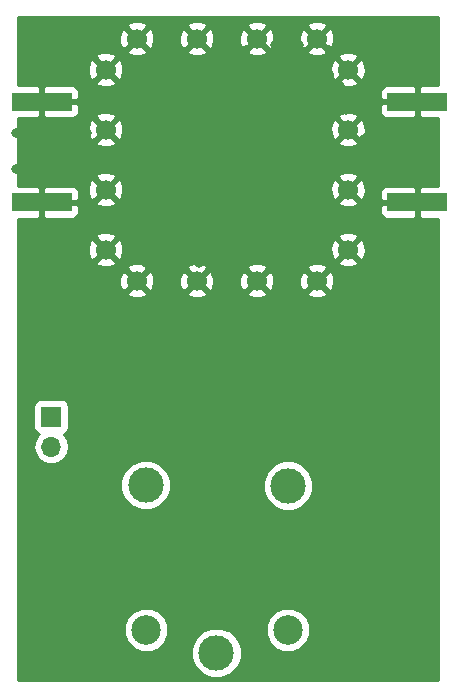
<source format=gbr>
G04 #@! TF.GenerationSoftware,KiCad,Pcbnew,(5.0.1-3-g963ef8bb5)*
G04 #@! TF.CreationDate,2018-11-12T17:33:24-05:00*
G04 #@! TF.ProjectId,Noise Source,4E6F69736520536F757263652E6B6963,rev?*
G04 #@! TF.SameCoordinates,Original*
G04 #@! TF.FileFunction,Copper,L2,Bot,Signal*
G04 #@! TF.FilePolarity,Positive*
%FSLAX46Y46*%
G04 Gerber Fmt 4.6, Leading zero omitted, Abs format (unit mm)*
G04 Created by KiCad (PCBNEW (5.0.1-3-g963ef8bb5)) date Monday, November 12, 2018 at 05:33:24 PM*
%MOMM*%
%LPD*%
G01*
G04 APERTURE LIST*
G04 #@! TA.AperFunction,ComponentPad*
%ADD10C,1.700000*%
G04 #@! TD*
G04 #@! TA.AperFunction,SMDPad,CuDef*
%ADD11R,5.080000X1.500000*%
G04 #@! TD*
G04 #@! TA.AperFunction,ComponentPad*
%ADD12R,1.700000X1.700000*%
G04 #@! TD*
G04 #@! TA.AperFunction,ComponentPad*
%ADD13O,1.700000X1.700000*%
G04 #@! TD*
G04 #@! TA.AperFunction,ComponentPad*
%ADD14C,2.500000*%
G04 #@! TD*
G04 #@! TA.AperFunction,ComponentPad*
%ADD15C,3.000000*%
G04 #@! TD*
G04 #@! TA.AperFunction,ViaPad*
%ADD16C,0.800000*%
G04 #@! TD*
G04 #@! TA.AperFunction,Conductor*
%ADD17C,0.254000*%
G04 #@! TD*
G04 APERTURE END LIST*
D10*
G04 #@! TO.P,REF\002A\002A,1*
G04 #@! TO.N,GND*
X147760000Y-95500000D03*
X147760000Y-116000000D03*
G04 #@! TO.P,REF\002A\002A,*
X145130000Y-98130000D03*
G04 #@! TO.P,REF\002A\002A,1*
X165630000Y-98130000D03*
X163000000Y-95500000D03*
X163000000Y-116000000D03*
X145130000Y-113370000D03*
X165630000Y-113370000D03*
X152840000Y-95500000D03*
X152840000Y-116000000D03*
X145130000Y-103210000D03*
X165630000Y-103210000D03*
X157920000Y-95500000D03*
X157920000Y-116000000D03*
X145130000Y-108290000D03*
X165630000Y-108290000D03*
G04 #@! TD*
D11*
G04 #@! TO.P,J2,2*
G04 #@! TO.N,GND*
X139700000Y-100850000D03*
X139700000Y-109350000D03*
G04 #@! TD*
D12*
G04 #@! TO.P,J3,1*
G04 #@! TO.N,Net-(D2-Pad1)*
X140500000Y-127500000D03*
D13*
G04 #@! TO.P,J3,2*
G04 #@! TO.N,Net-(C2-Pad1)*
X140500000Y-130040000D03*
G04 #@! TD*
D11*
G04 #@! TO.P,J4,2*
G04 #@! TO.N,GND*
X171500000Y-100850000D03*
X171500000Y-109350000D03*
G04 #@! TD*
D14*
G04 #@! TO.P,K1,2*
G04 #@! TO.N,Net-(D1-Pad2)*
X160550000Y-145550000D03*
D15*
G04 #@! TO.P,K1,3*
G04 #@! TO.N,/5V*
X160550000Y-133350000D03*
G04 #@! TO.P,K1,4*
G04 #@! TO.N,Net-(K1-Pad4)*
X148500000Y-133300000D03*
D14*
G04 #@! TO.P,K1,5*
G04 #@! TO.N,/5V*
X148550000Y-145550000D03*
D15*
G04 #@! TO.P,K1,1*
G04 #@! TO.N,Net-(C1-Pad1)*
X154500000Y-147500000D03*
G04 #@! TD*
D16*
G04 #@! TO.N,GND*
X172000000Y-103000000D03*
X173000000Y-103000000D03*
X171000000Y-103000000D03*
X170000000Y-103000000D03*
X169000000Y-103000000D03*
X168000000Y-104000000D03*
X168000000Y-103000000D03*
X167000000Y-104000000D03*
X173000000Y-107000000D03*
X172000000Y-107000000D03*
X171000000Y-107000000D03*
X170000000Y-107000000D03*
X169000000Y-107000000D03*
X168000000Y-106500000D03*
X167000000Y-106500000D03*
X164000000Y-107000000D03*
X163000000Y-107000000D03*
X159000000Y-107000000D03*
X159000000Y-108000000D03*
X159000000Y-109000000D03*
X159000000Y-110000000D03*
X159000000Y-111000000D03*
X159000000Y-112000000D03*
X159000000Y-113000000D03*
X159000000Y-114000000D03*
X158000000Y-114000000D03*
X159000000Y-115000000D03*
X160000000Y-115000000D03*
X160000000Y-116000000D03*
X163000000Y-109000000D03*
X164000000Y-109000000D03*
X161000000Y-115000000D03*
X162000000Y-115000000D03*
X162000000Y-114000000D03*
X163000000Y-114000000D03*
X163000000Y-108000000D03*
X164000000Y-114000000D03*
X165000000Y-106500000D03*
X166000000Y-106500000D03*
X150500000Y-110500000D03*
X150500000Y-111500000D03*
X150500000Y-112500000D03*
X150500000Y-113500000D03*
X150500000Y-107500000D03*
X150500000Y-106500000D03*
X151500000Y-107000000D03*
X152500000Y-107000000D03*
X153500000Y-107000000D03*
X154500000Y-107000000D03*
X155000000Y-108000000D03*
X155000000Y-109000000D03*
X155000000Y-110000000D03*
X156000000Y-110500000D03*
X142500000Y-106500000D03*
X141500000Y-106500000D03*
X140500000Y-106500000D03*
X139500000Y-106500000D03*
X138500000Y-106500000D03*
X137500000Y-106500000D03*
X137500000Y-103500000D03*
X138500000Y-103500000D03*
X139500000Y-103500000D03*
X140500000Y-103500000D03*
X141500000Y-103500000D03*
X142500000Y-103500000D03*
X155000000Y-103000000D03*
X156000000Y-102500000D03*
X156500000Y-101500000D03*
X156000000Y-100500000D03*
X156000000Y-99500000D03*
X156000000Y-98500000D03*
X156000000Y-97500000D03*
X156000000Y-96500000D03*
X156000000Y-95500000D03*
X157000000Y-96500000D03*
X164000000Y-96500000D03*
X164000000Y-97500000D03*
X164000000Y-98500000D03*
X165000000Y-100500000D03*
X165500000Y-101500000D03*
X160500000Y-98500000D03*
X160500000Y-99500000D03*
X160500000Y-100500000D03*
X160500000Y-101500000D03*
X160500000Y-102500000D03*
X160500000Y-103500000D03*
X160500000Y-104500000D03*
X143500000Y-103500000D03*
X147000000Y-103500000D03*
X148000000Y-103500000D03*
X149000000Y-103500000D03*
X150000000Y-103500000D03*
X151000000Y-103500000D03*
X152000000Y-103500000D03*
X153000000Y-103500000D03*
X154000000Y-103500000D03*
X149500000Y-106500000D03*
X148500000Y-106500000D03*
X147500000Y-106500000D03*
X146500000Y-106500000D03*
X145500000Y-106500000D03*
X144500000Y-106500000D03*
X143500000Y-106500000D03*
X159500000Y-96000000D03*
X160500000Y-96000000D03*
X161500000Y-96000000D03*
X165000000Y-99500000D03*
X149500000Y-113500000D03*
X147000000Y-112500000D03*
X147000000Y-111500000D03*
X147000000Y-110500000D03*
X147000000Y-109500000D03*
X147000000Y-108500000D03*
X147000000Y-107500000D03*
X149500000Y-114500000D03*
X148500000Y-114500000D03*
X151500000Y-112000000D03*
X152000000Y-113000000D03*
X153000000Y-113500000D03*
X153000000Y-114500000D03*
X154500000Y-115500000D03*
G04 #@! TD*
D17*
G04 #@! TO.N,GND*
G36*
X173290000Y-99465000D02*
X171785750Y-99465000D01*
X171627000Y-99623750D01*
X171627000Y-100723000D01*
X171647000Y-100723000D01*
X171647000Y-100977000D01*
X171627000Y-100977000D01*
X171627000Y-102076250D01*
X171785750Y-102235000D01*
X173290000Y-102235000D01*
X173290000Y-107965000D01*
X171785750Y-107965000D01*
X171627000Y-108123750D01*
X171627000Y-109223000D01*
X171647000Y-109223000D01*
X171647000Y-109477000D01*
X171627000Y-109477000D01*
X171627000Y-110576250D01*
X171785750Y-110735000D01*
X173290000Y-110735000D01*
X173290001Y-149790000D01*
X137710000Y-149790000D01*
X137710000Y-145175050D01*
X146665000Y-145175050D01*
X146665000Y-145924950D01*
X146951974Y-146617767D01*
X147482233Y-147148026D01*
X148175050Y-147435000D01*
X148924950Y-147435000D01*
X149617767Y-147148026D01*
X149690471Y-147075322D01*
X152365000Y-147075322D01*
X152365000Y-147924678D01*
X152690034Y-148709380D01*
X153290620Y-149309966D01*
X154075322Y-149635000D01*
X154924678Y-149635000D01*
X155709380Y-149309966D01*
X156309966Y-148709380D01*
X156635000Y-147924678D01*
X156635000Y-147075322D01*
X156309966Y-146290620D01*
X155709380Y-145690034D01*
X154924678Y-145365000D01*
X154075322Y-145365000D01*
X153290620Y-145690034D01*
X152690034Y-146290620D01*
X152365000Y-147075322D01*
X149690471Y-147075322D01*
X150148026Y-146617767D01*
X150435000Y-145924950D01*
X150435000Y-145175050D01*
X158665000Y-145175050D01*
X158665000Y-145924950D01*
X158951974Y-146617767D01*
X159482233Y-147148026D01*
X160175050Y-147435000D01*
X160924950Y-147435000D01*
X161617767Y-147148026D01*
X162148026Y-146617767D01*
X162435000Y-145924950D01*
X162435000Y-145175050D01*
X162148026Y-144482233D01*
X161617767Y-143951974D01*
X160924950Y-143665000D01*
X160175050Y-143665000D01*
X159482233Y-143951974D01*
X158951974Y-144482233D01*
X158665000Y-145175050D01*
X150435000Y-145175050D01*
X150148026Y-144482233D01*
X149617767Y-143951974D01*
X148924950Y-143665000D01*
X148175050Y-143665000D01*
X147482233Y-143951974D01*
X146951974Y-144482233D01*
X146665000Y-145175050D01*
X137710000Y-145175050D01*
X137710000Y-132875322D01*
X146365000Y-132875322D01*
X146365000Y-133724678D01*
X146690034Y-134509380D01*
X147290620Y-135109966D01*
X148075322Y-135435000D01*
X148924678Y-135435000D01*
X149709380Y-135109966D01*
X150309966Y-134509380D01*
X150635000Y-133724678D01*
X150635000Y-132925322D01*
X158415000Y-132925322D01*
X158415000Y-133774678D01*
X158740034Y-134559380D01*
X159340620Y-135159966D01*
X160125322Y-135485000D01*
X160974678Y-135485000D01*
X161759380Y-135159966D01*
X162359966Y-134559380D01*
X162685000Y-133774678D01*
X162685000Y-132925322D01*
X162359966Y-132140620D01*
X161759380Y-131540034D01*
X160974678Y-131215000D01*
X160125322Y-131215000D01*
X159340620Y-131540034D01*
X158740034Y-132140620D01*
X158415000Y-132925322D01*
X150635000Y-132925322D01*
X150635000Y-132875322D01*
X150309966Y-132090620D01*
X149709380Y-131490034D01*
X148924678Y-131165000D01*
X148075322Y-131165000D01*
X147290620Y-131490034D01*
X146690034Y-132090620D01*
X146365000Y-132875322D01*
X137710000Y-132875322D01*
X137710000Y-130040000D01*
X138985908Y-130040000D01*
X139101161Y-130619418D01*
X139429375Y-131110625D01*
X139920582Y-131438839D01*
X140353744Y-131525000D01*
X140646256Y-131525000D01*
X141079418Y-131438839D01*
X141570625Y-131110625D01*
X141898839Y-130619418D01*
X142014092Y-130040000D01*
X141898839Y-129460582D01*
X141570625Y-128969375D01*
X141552381Y-128957184D01*
X141597765Y-128948157D01*
X141807809Y-128807809D01*
X141948157Y-128597765D01*
X141997440Y-128350000D01*
X141997440Y-126650000D01*
X141948157Y-126402235D01*
X141807809Y-126192191D01*
X141597765Y-126051843D01*
X141350000Y-126002560D01*
X139650000Y-126002560D01*
X139402235Y-126051843D01*
X139192191Y-126192191D01*
X139051843Y-126402235D01*
X139002560Y-126650000D01*
X139002560Y-128350000D01*
X139051843Y-128597765D01*
X139192191Y-128807809D01*
X139402235Y-128948157D01*
X139447619Y-128957184D01*
X139429375Y-128969375D01*
X139101161Y-129460582D01*
X138985908Y-130040000D01*
X137710000Y-130040000D01*
X137710000Y-117043958D01*
X146895647Y-117043958D01*
X146975920Y-117295259D01*
X147531279Y-117496718D01*
X148121458Y-117470315D01*
X148544080Y-117295259D01*
X148624353Y-117043958D01*
X151975647Y-117043958D01*
X152055920Y-117295259D01*
X152611279Y-117496718D01*
X153201458Y-117470315D01*
X153624080Y-117295259D01*
X153704353Y-117043958D01*
X157055647Y-117043958D01*
X157135920Y-117295259D01*
X157691279Y-117496718D01*
X158281458Y-117470315D01*
X158704080Y-117295259D01*
X158784353Y-117043958D01*
X162135647Y-117043958D01*
X162215920Y-117295259D01*
X162771279Y-117496718D01*
X163361458Y-117470315D01*
X163784080Y-117295259D01*
X163864353Y-117043958D01*
X163000000Y-116179605D01*
X162135647Y-117043958D01*
X158784353Y-117043958D01*
X157920000Y-116179605D01*
X157055647Y-117043958D01*
X153704353Y-117043958D01*
X152840000Y-116179605D01*
X151975647Y-117043958D01*
X148624353Y-117043958D01*
X147760000Y-116179605D01*
X146895647Y-117043958D01*
X137710000Y-117043958D01*
X137710000Y-115771279D01*
X146263282Y-115771279D01*
X146289685Y-116361458D01*
X146464741Y-116784080D01*
X146716042Y-116864353D01*
X147580395Y-116000000D01*
X147939605Y-116000000D01*
X148803958Y-116864353D01*
X149055259Y-116784080D01*
X149256718Y-116228721D01*
X149236254Y-115771279D01*
X151343282Y-115771279D01*
X151369685Y-116361458D01*
X151544741Y-116784080D01*
X151796042Y-116864353D01*
X152660395Y-116000000D01*
X153019605Y-116000000D01*
X153883958Y-116864353D01*
X154135259Y-116784080D01*
X154336718Y-116228721D01*
X154316254Y-115771279D01*
X156423282Y-115771279D01*
X156449685Y-116361458D01*
X156624741Y-116784080D01*
X156876042Y-116864353D01*
X157740395Y-116000000D01*
X158099605Y-116000000D01*
X158963958Y-116864353D01*
X159215259Y-116784080D01*
X159416718Y-116228721D01*
X159396254Y-115771279D01*
X161503282Y-115771279D01*
X161529685Y-116361458D01*
X161704741Y-116784080D01*
X161956042Y-116864353D01*
X162820395Y-116000000D01*
X163179605Y-116000000D01*
X164043958Y-116864353D01*
X164295259Y-116784080D01*
X164496718Y-116228721D01*
X164470315Y-115638542D01*
X164295259Y-115215920D01*
X164043958Y-115135647D01*
X163179605Y-116000000D01*
X162820395Y-116000000D01*
X161956042Y-115135647D01*
X161704741Y-115215920D01*
X161503282Y-115771279D01*
X159396254Y-115771279D01*
X159390315Y-115638542D01*
X159215259Y-115215920D01*
X158963958Y-115135647D01*
X158099605Y-116000000D01*
X157740395Y-116000000D01*
X156876042Y-115135647D01*
X156624741Y-115215920D01*
X156423282Y-115771279D01*
X154316254Y-115771279D01*
X154310315Y-115638542D01*
X154135259Y-115215920D01*
X153883958Y-115135647D01*
X153019605Y-116000000D01*
X152660395Y-116000000D01*
X151796042Y-115135647D01*
X151544741Y-115215920D01*
X151343282Y-115771279D01*
X149236254Y-115771279D01*
X149230315Y-115638542D01*
X149055259Y-115215920D01*
X148803958Y-115135647D01*
X147939605Y-116000000D01*
X147580395Y-116000000D01*
X146716042Y-115135647D01*
X146464741Y-115215920D01*
X146263282Y-115771279D01*
X137710000Y-115771279D01*
X137710000Y-114956042D01*
X146895647Y-114956042D01*
X147760000Y-115820395D01*
X148624353Y-114956042D01*
X151975647Y-114956042D01*
X152840000Y-115820395D01*
X153704353Y-114956042D01*
X157055647Y-114956042D01*
X157920000Y-115820395D01*
X158784353Y-114956042D01*
X162135647Y-114956042D01*
X163000000Y-115820395D01*
X163864353Y-114956042D01*
X163784080Y-114704741D01*
X163228721Y-114503282D01*
X162638542Y-114529685D01*
X162215920Y-114704741D01*
X162135647Y-114956042D01*
X158784353Y-114956042D01*
X158704080Y-114704741D01*
X158148721Y-114503282D01*
X157558542Y-114529685D01*
X157135920Y-114704741D01*
X157055647Y-114956042D01*
X153704353Y-114956042D01*
X153624080Y-114704741D01*
X153068721Y-114503282D01*
X152478542Y-114529685D01*
X152055920Y-114704741D01*
X151975647Y-114956042D01*
X148624353Y-114956042D01*
X148544080Y-114704741D01*
X147988721Y-114503282D01*
X147398542Y-114529685D01*
X146975920Y-114704741D01*
X146895647Y-114956042D01*
X137710000Y-114956042D01*
X137710000Y-114413958D01*
X144265647Y-114413958D01*
X144345920Y-114665259D01*
X144901279Y-114866718D01*
X145491458Y-114840315D01*
X145914080Y-114665259D01*
X145994353Y-114413958D01*
X164765647Y-114413958D01*
X164845920Y-114665259D01*
X165401279Y-114866718D01*
X165991458Y-114840315D01*
X166414080Y-114665259D01*
X166494353Y-114413958D01*
X165630000Y-113549605D01*
X164765647Y-114413958D01*
X145994353Y-114413958D01*
X145130000Y-113549605D01*
X144265647Y-114413958D01*
X137710000Y-114413958D01*
X137710000Y-113141279D01*
X143633282Y-113141279D01*
X143659685Y-113731458D01*
X143834741Y-114154080D01*
X144086042Y-114234353D01*
X144950395Y-113370000D01*
X145309605Y-113370000D01*
X146173958Y-114234353D01*
X146425259Y-114154080D01*
X146626718Y-113598721D01*
X146606254Y-113141279D01*
X164133282Y-113141279D01*
X164159685Y-113731458D01*
X164334741Y-114154080D01*
X164586042Y-114234353D01*
X165450395Y-113370000D01*
X165809605Y-113370000D01*
X166673958Y-114234353D01*
X166925259Y-114154080D01*
X167126718Y-113598721D01*
X167100315Y-113008542D01*
X166925259Y-112585920D01*
X166673958Y-112505647D01*
X165809605Y-113370000D01*
X165450395Y-113370000D01*
X164586042Y-112505647D01*
X164334741Y-112585920D01*
X164133282Y-113141279D01*
X146606254Y-113141279D01*
X146600315Y-113008542D01*
X146425259Y-112585920D01*
X146173958Y-112505647D01*
X145309605Y-113370000D01*
X144950395Y-113370000D01*
X144086042Y-112505647D01*
X143834741Y-112585920D01*
X143633282Y-113141279D01*
X137710000Y-113141279D01*
X137710000Y-112326042D01*
X144265647Y-112326042D01*
X145130000Y-113190395D01*
X145994353Y-112326042D01*
X164765647Y-112326042D01*
X165630000Y-113190395D01*
X166494353Y-112326042D01*
X166414080Y-112074741D01*
X165858721Y-111873282D01*
X165268542Y-111899685D01*
X164845920Y-112074741D01*
X164765647Y-112326042D01*
X145994353Y-112326042D01*
X145914080Y-112074741D01*
X145358721Y-111873282D01*
X144768542Y-111899685D01*
X144345920Y-112074741D01*
X144265647Y-112326042D01*
X137710000Y-112326042D01*
X137710000Y-110735000D01*
X139414250Y-110735000D01*
X139573000Y-110576250D01*
X139573000Y-109477000D01*
X139827000Y-109477000D01*
X139827000Y-110576250D01*
X139985750Y-110735000D01*
X142366310Y-110735000D01*
X142599699Y-110638327D01*
X142778327Y-110459698D01*
X142875000Y-110226309D01*
X142875000Y-109635750D01*
X142716250Y-109477000D01*
X139827000Y-109477000D01*
X139573000Y-109477000D01*
X139553000Y-109477000D01*
X139553000Y-109333958D01*
X144265647Y-109333958D01*
X144345920Y-109585259D01*
X144901279Y-109786718D01*
X145491458Y-109760315D01*
X145914080Y-109585259D01*
X145994353Y-109333958D01*
X164765647Y-109333958D01*
X164845920Y-109585259D01*
X165401279Y-109786718D01*
X165991458Y-109760315D01*
X166292184Y-109635750D01*
X168325000Y-109635750D01*
X168325000Y-110226309D01*
X168421673Y-110459698D01*
X168600301Y-110638327D01*
X168833690Y-110735000D01*
X171214250Y-110735000D01*
X171373000Y-110576250D01*
X171373000Y-109477000D01*
X168483750Y-109477000D01*
X168325000Y-109635750D01*
X166292184Y-109635750D01*
X166414080Y-109585259D01*
X166494353Y-109333958D01*
X165630000Y-108469605D01*
X164765647Y-109333958D01*
X145994353Y-109333958D01*
X145130000Y-108469605D01*
X144265647Y-109333958D01*
X139553000Y-109333958D01*
X139553000Y-109223000D01*
X139573000Y-109223000D01*
X139573000Y-108123750D01*
X139827000Y-108123750D01*
X139827000Y-109223000D01*
X142716250Y-109223000D01*
X142875000Y-109064250D01*
X142875000Y-108473691D01*
X142778327Y-108240302D01*
X142599699Y-108061673D01*
X142598748Y-108061279D01*
X143633282Y-108061279D01*
X143659685Y-108651458D01*
X143834741Y-109074080D01*
X144086042Y-109154353D01*
X144950395Y-108290000D01*
X145309605Y-108290000D01*
X146173958Y-109154353D01*
X146425259Y-109074080D01*
X146626718Y-108518721D01*
X146606254Y-108061279D01*
X164133282Y-108061279D01*
X164159685Y-108651458D01*
X164334741Y-109074080D01*
X164586042Y-109154353D01*
X165450395Y-108290000D01*
X165809605Y-108290000D01*
X166673958Y-109154353D01*
X166925259Y-109074080D01*
X167126718Y-108518721D01*
X167124704Y-108473691D01*
X168325000Y-108473691D01*
X168325000Y-109064250D01*
X168483750Y-109223000D01*
X171373000Y-109223000D01*
X171373000Y-108123750D01*
X171214250Y-107965000D01*
X168833690Y-107965000D01*
X168600301Y-108061673D01*
X168421673Y-108240302D01*
X168325000Y-108473691D01*
X167124704Y-108473691D01*
X167100315Y-107928542D01*
X166925259Y-107505920D01*
X166673958Y-107425647D01*
X165809605Y-108290000D01*
X165450395Y-108290000D01*
X164586042Y-107425647D01*
X164334741Y-107505920D01*
X164133282Y-108061279D01*
X146606254Y-108061279D01*
X146600315Y-107928542D01*
X146425259Y-107505920D01*
X146173958Y-107425647D01*
X145309605Y-108290000D01*
X144950395Y-108290000D01*
X144086042Y-107425647D01*
X143834741Y-107505920D01*
X143633282Y-108061279D01*
X142598748Y-108061279D01*
X142366310Y-107965000D01*
X139985750Y-107965000D01*
X139827000Y-108123750D01*
X139573000Y-108123750D01*
X139414250Y-107965000D01*
X137710000Y-107965000D01*
X137710000Y-107246042D01*
X144265647Y-107246042D01*
X145130000Y-108110395D01*
X145994353Y-107246042D01*
X164765647Y-107246042D01*
X165630000Y-108110395D01*
X166494353Y-107246042D01*
X166414080Y-106994741D01*
X165858721Y-106793282D01*
X165268542Y-106819685D01*
X164845920Y-106994741D01*
X164765647Y-107246042D01*
X145994353Y-107246042D01*
X145914080Y-106994741D01*
X145358721Y-106793282D01*
X144768542Y-106819685D01*
X144345920Y-106994741D01*
X144265647Y-107246042D01*
X137710000Y-107246042D01*
X137710000Y-104253958D01*
X144265647Y-104253958D01*
X144345920Y-104505259D01*
X144901279Y-104706718D01*
X145491458Y-104680315D01*
X145914080Y-104505259D01*
X145994353Y-104253958D01*
X164765647Y-104253958D01*
X164845920Y-104505259D01*
X165401279Y-104706718D01*
X165991458Y-104680315D01*
X166414080Y-104505259D01*
X166494353Y-104253958D01*
X165630000Y-103389605D01*
X164765647Y-104253958D01*
X145994353Y-104253958D01*
X145130000Y-103389605D01*
X144265647Y-104253958D01*
X137710000Y-104253958D01*
X137710000Y-102981279D01*
X143633282Y-102981279D01*
X143659685Y-103571458D01*
X143834741Y-103994080D01*
X144086042Y-104074353D01*
X144950395Y-103210000D01*
X145309605Y-103210000D01*
X146173958Y-104074353D01*
X146425259Y-103994080D01*
X146626718Y-103438721D01*
X146606254Y-102981279D01*
X164133282Y-102981279D01*
X164159685Y-103571458D01*
X164334741Y-103994080D01*
X164586042Y-104074353D01*
X165450395Y-103210000D01*
X165809605Y-103210000D01*
X166673958Y-104074353D01*
X166925259Y-103994080D01*
X167126718Y-103438721D01*
X167100315Y-102848542D01*
X166925259Y-102425920D01*
X166673958Y-102345647D01*
X165809605Y-103210000D01*
X165450395Y-103210000D01*
X164586042Y-102345647D01*
X164334741Y-102425920D01*
X164133282Y-102981279D01*
X146606254Y-102981279D01*
X146600315Y-102848542D01*
X146425259Y-102425920D01*
X146173958Y-102345647D01*
X145309605Y-103210000D01*
X144950395Y-103210000D01*
X144086042Y-102345647D01*
X143834741Y-102425920D01*
X143633282Y-102981279D01*
X137710000Y-102981279D01*
X137710000Y-102235000D01*
X139414250Y-102235000D01*
X139573000Y-102076250D01*
X139573000Y-100977000D01*
X139827000Y-100977000D01*
X139827000Y-102076250D01*
X139985750Y-102235000D01*
X142366310Y-102235000D01*
X142532789Y-102166042D01*
X144265647Y-102166042D01*
X145130000Y-103030395D01*
X145994353Y-102166042D01*
X164765647Y-102166042D01*
X165630000Y-103030395D01*
X166494353Y-102166042D01*
X166414080Y-101914741D01*
X165858721Y-101713282D01*
X165268542Y-101739685D01*
X164845920Y-101914741D01*
X164765647Y-102166042D01*
X145994353Y-102166042D01*
X145914080Y-101914741D01*
X145358721Y-101713282D01*
X144768542Y-101739685D01*
X144345920Y-101914741D01*
X144265647Y-102166042D01*
X142532789Y-102166042D01*
X142599699Y-102138327D01*
X142778327Y-101959698D01*
X142875000Y-101726309D01*
X142875000Y-101135750D01*
X168325000Y-101135750D01*
X168325000Y-101726309D01*
X168421673Y-101959698D01*
X168600301Y-102138327D01*
X168833690Y-102235000D01*
X171214250Y-102235000D01*
X171373000Y-102076250D01*
X171373000Y-100977000D01*
X168483750Y-100977000D01*
X168325000Y-101135750D01*
X142875000Y-101135750D01*
X142716250Y-100977000D01*
X139827000Y-100977000D01*
X139573000Y-100977000D01*
X139553000Y-100977000D01*
X139553000Y-100723000D01*
X139573000Y-100723000D01*
X139573000Y-99623750D01*
X139827000Y-99623750D01*
X139827000Y-100723000D01*
X142716250Y-100723000D01*
X142875000Y-100564250D01*
X142875000Y-99973691D01*
X168325000Y-99973691D01*
X168325000Y-100564250D01*
X168483750Y-100723000D01*
X171373000Y-100723000D01*
X171373000Y-99623750D01*
X171214250Y-99465000D01*
X168833690Y-99465000D01*
X168600301Y-99561673D01*
X168421673Y-99740302D01*
X168325000Y-99973691D01*
X142875000Y-99973691D01*
X142778327Y-99740302D01*
X142599699Y-99561673D01*
X142366310Y-99465000D01*
X139985750Y-99465000D01*
X139827000Y-99623750D01*
X139573000Y-99623750D01*
X139414250Y-99465000D01*
X137710000Y-99465000D01*
X137710000Y-99173958D01*
X144265647Y-99173958D01*
X144345920Y-99425259D01*
X144901279Y-99626718D01*
X145491458Y-99600315D01*
X145914080Y-99425259D01*
X145994353Y-99173958D01*
X164765647Y-99173958D01*
X164845920Y-99425259D01*
X165401279Y-99626718D01*
X165991458Y-99600315D01*
X166414080Y-99425259D01*
X166494353Y-99173958D01*
X165630000Y-98309605D01*
X164765647Y-99173958D01*
X145994353Y-99173958D01*
X145130000Y-98309605D01*
X144265647Y-99173958D01*
X137710000Y-99173958D01*
X137710000Y-97901279D01*
X143633282Y-97901279D01*
X143659685Y-98491458D01*
X143834741Y-98914080D01*
X144086042Y-98994353D01*
X144950395Y-98130000D01*
X145309605Y-98130000D01*
X146173958Y-98994353D01*
X146425259Y-98914080D01*
X146626718Y-98358721D01*
X146606254Y-97901279D01*
X164133282Y-97901279D01*
X164159685Y-98491458D01*
X164334741Y-98914080D01*
X164586042Y-98994353D01*
X165450395Y-98130000D01*
X165809605Y-98130000D01*
X166673958Y-98994353D01*
X166925259Y-98914080D01*
X167126718Y-98358721D01*
X167100315Y-97768542D01*
X166925259Y-97345920D01*
X166673958Y-97265647D01*
X165809605Y-98130000D01*
X165450395Y-98130000D01*
X164586042Y-97265647D01*
X164334741Y-97345920D01*
X164133282Y-97901279D01*
X146606254Y-97901279D01*
X146600315Y-97768542D01*
X146425259Y-97345920D01*
X146173958Y-97265647D01*
X145309605Y-98130000D01*
X144950395Y-98130000D01*
X144086042Y-97265647D01*
X143834741Y-97345920D01*
X143633282Y-97901279D01*
X137710000Y-97901279D01*
X137710000Y-97086042D01*
X144265647Y-97086042D01*
X145130000Y-97950395D01*
X145994353Y-97086042D01*
X164765647Y-97086042D01*
X165630000Y-97950395D01*
X166494353Y-97086042D01*
X166414080Y-96834741D01*
X165858721Y-96633282D01*
X165268542Y-96659685D01*
X164845920Y-96834741D01*
X164765647Y-97086042D01*
X145994353Y-97086042D01*
X145914080Y-96834741D01*
X145358721Y-96633282D01*
X144768542Y-96659685D01*
X144345920Y-96834741D01*
X144265647Y-97086042D01*
X137710000Y-97086042D01*
X137710000Y-96543958D01*
X146895647Y-96543958D01*
X146975920Y-96795259D01*
X147531279Y-96996718D01*
X148121458Y-96970315D01*
X148544080Y-96795259D01*
X148624353Y-96543958D01*
X151975647Y-96543958D01*
X152055920Y-96795259D01*
X152611279Y-96996718D01*
X153201458Y-96970315D01*
X153624080Y-96795259D01*
X153704353Y-96543958D01*
X157055647Y-96543958D01*
X157135920Y-96795259D01*
X157691279Y-96996718D01*
X158281458Y-96970315D01*
X158704080Y-96795259D01*
X158784353Y-96543958D01*
X162135647Y-96543958D01*
X162215920Y-96795259D01*
X162771279Y-96996718D01*
X163361458Y-96970315D01*
X163784080Y-96795259D01*
X163864353Y-96543958D01*
X163000000Y-95679605D01*
X162135647Y-96543958D01*
X158784353Y-96543958D01*
X157920000Y-95679605D01*
X157055647Y-96543958D01*
X153704353Y-96543958D01*
X152840000Y-95679605D01*
X151975647Y-96543958D01*
X148624353Y-96543958D01*
X147760000Y-95679605D01*
X146895647Y-96543958D01*
X137710000Y-96543958D01*
X137710000Y-95271279D01*
X146263282Y-95271279D01*
X146289685Y-95861458D01*
X146464741Y-96284080D01*
X146716042Y-96364353D01*
X147580395Y-95500000D01*
X147939605Y-95500000D01*
X148803958Y-96364353D01*
X149055259Y-96284080D01*
X149256718Y-95728721D01*
X149236254Y-95271279D01*
X151343282Y-95271279D01*
X151369685Y-95861458D01*
X151544741Y-96284080D01*
X151796042Y-96364353D01*
X152660395Y-95500000D01*
X153019605Y-95500000D01*
X153883958Y-96364353D01*
X154135259Y-96284080D01*
X154336718Y-95728721D01*
X154316254Y-95271279D01*
X156423282Y-95271279D01*
X156449685Y-95861458D01*
X156624741Y-96284080D01*
X156876042Y-96364353D01*
X157740395Y-95500000D01*
X158099605Y-95500000D01*
X158963958Y-96364353D01*
X159215259Y-96284080D01*
X159416718Y-95728721D01*
X159396254Y-95271279D01*
X161503282Y-95271279D01*
X161529685Y-95861458D01*
X161704741Y-96284080D01*
X161956042Y-96364353D01*
X162820395Y-95500000D01*
X163179605Y-95500000D01*
X164043958Y-96364353D01*
X164295259Y-96284080D01*
X164496718Y-95728721D01*
X164470315Y-95138542D01*
X164295259Y-94715920D01*
X164043958Y-94635647D01*
X163179605Y-95500000D01*
X162820395Y-95500000D01*
X161956042Y-94635647D01*
X161704741Y-94715920D01*
X161503282Y-95271279D01*
X159396254Y-95271279D01*
X159390315Y-95138542D01*
X159215259Y-94715920D01*
X158963958Y-94635647D01*
X158099605Y-95500000D01*
X157740395Y-95500000D01*
X156876042Y-94635647D01*
X156624741Y-94715920D01*
X156423282Y-95271279D01*
X154316254Y-95271279D01*
X154310315Y-95138542D01*
X154135259Y-94715920D01*
X153883958Y-94635647D01*
X153019605Y-95500000D01*
X152660395Y-95500000D01*
X151796042Y-94635647D01*
X151544741Y-94715920D01*
X151343282Y-95271279D01*
X149236254Y-95271279D01*
X149230315Y-95138542D01*
X149055259Y-94715920D01*
X148803958Y-94635647D01*
X147939605Y-95500000D01*
X147580395Y-95500000D01*
X146716042Y-94635647D01*
X146464741Y-94715920D01*
X146263282Y-95271279D01*
X137710000Y-95271279D01*
X137710000Y-94456042D01*
X146895647Y-94456042D01*
X147760000Y-95320395D01*
X148624353Y-94456042D01*
X151975647Y-94456042D01*
X152840000Y-95320395D01*
X153704353Y-94456042D01*
X157055647Y-94456042D01*
X157920000Y-95320395D01*
X158784353Y-94456042D01*
X162135647Y-94456042D01*
X163000000Y-95320395D01*
X163864353Y-94456042D01*
X163784080Y-94204741D01*
X163228721Y-94003282D01*
X162638542Y-94029685D01*
X162215920Y-94204741D01*
X162135647Y-94456042D01*
X158784353Y-94456042D01*
X158704080Y-94204741D01*
X158148721Y-94003282D01*
X157558542Y-94029685D01*
X157135920Y-94204741D01*
X157055647Y-94456042D01*
X153704353Y-94456042D01*
X153624080Y-94204741D01*
X153068721Y-94003282D01*
X152478542Y-94029685D01*
X152055920Y-94204741D01*
X151975647Y-94456042D01*
X148624353Y-94456042D01*
X148544080Y-94204741D01*
X147988721Y-94003282D01*
X147398542Y-94029685D01*
X146975920Y-94204741D01*
X146895647Y-94456042D01*
X137710000Y-94456042D01*
X137710000Y-93710000D01*
X173290000Y-93710000D01*
X173290000Y-99465000D01*
X173290000Y-99465000D01*
G37*
X173290000Y-99465000D02*
X171785750Y-99465000D01*
X171627000Y-99623750D01*
X171627000Y-100723000D01*
X171647000Y-100723000D01*
X171647000Y-100977000D01*
X171627000Y-100977000D01*
X171627000Y-102076250D01*
X171785750Y-102235000D01*
X173290000Y-102235000D01*
X173290000Y-107965000D01*
X171785750Y-107965000D01*
X171627000Y-108123750D01*
X171627000Y-109223000D01*
X171647000Y-109223000D01*
X171647000Y-109477000D01*
X171627000Y-109477000D01*
X171627000Y-110576250D01*
X171785750Y-110735000D01*
X173290000Y-110735000D01*
X173290001Y-149790000D01*
X137710000Y-149790000D01*
X137710000Y-145175050D01*
X146665000Y-145175050D01*
X146665000Y-145924950D01*
X146951974Y-146617767D01*
X147482233Y-147148026D01*
X148175050Y-147435000D01*
X148924950Y-147435000D01*
X149617767Y-147148026D01*
X149690471Y-147075322D01*
X152365000Y-147075322D01*
X152365000Y-147924678D01*
X152690034Y-148709380D01*
X153290620Y-149309966D01*
X154075322Y-149635000D01*
X154924678Y-149635000D01*
X155709380Y-149309966D01*
X156309966Y-148709380D01*
X156635000Y-147924678D01*
X156635000Y-147075322D01*
X156309966Y-146290620D01*
X155709380Y-145690034D01*
X154924678Y-145365000D01*
X154075322Y-145365000D01*
X153290620Y-145690034D01*
X152690034Y-146290620D01*
X152365000Y-147075322D01*
X149690471Y-147075322D01*
X150148026Y-146617767D01*
X150435000Y-145924950D01*
X150435000Y-145175050D01*
X158665000Y-145175050D01*
X158665000Y-145924950D01*
X158951974Y-146617767D01*
X159482233Y-147148026D01*
X160175050Y-147435000D01*
X160924950Y-147435000D01*
X161617767Y-147148026D01*
X162148026Y-146617767D01*
X162435000Y-145924950D01*
X162435000Y-145175050D01*
X162148026Y-144482233D01*
X161617767Y-143951974D01*
X160924950Y-143665000D01*
X160175050Y-143665000D01*
X159482233Y-143951974D01*
X158951974Y-144482233D01*
X158665000Y-145175050D01*
X150435000Y-145175050D01*
X150148026Y-144482233D01*
X149617767Y-143951974D01*
X148924950Y-143665000D01*
X148175050Y-143665000D01*
X147482233Y-143951974D01*
X146951974Y-144482233D01*
X146665000Y-145175050D01*
X137710000Y-145175050D01*
X137710000Y-132875322D01*
X146365000Y-132875322D01*
X146365000Y-133724678D01*
X146690034Y-134509380D01*
X147290620Y-135109966D01*
X148075322Y-135435000D01*
X148924678Y-135435000D01*
X149709380Y-135109966D01*
X150309966Y-134509380D01*
X150635000Y-133724678D01*
X150635000Y-132925322D01*
X158415000Y-132925322D01*
X158415000Y-133774678D01*
X158740034Y-134559380D01*
X159340620Y-135159966D01*
X160125322Y-135485000D01*
X160974678Y-135485000D01*
X161759380Y-135159966D01*
X162359966Y-134559380D01*
X162685000Y-133774678D01*
X162685000Y-132925322D01*
X162359966Y-132140620D01*
X161759380Y-131540034D01*
X160974678Y-131215000D01*
X160125322Y-131215000D01*
X159340620Y-131540034D01*
X158740034Y-132140620D01*
X158415000Y-132925322D01*
X150635000Y-132925322D01*
X150635000Y-132875322D01*
X150309966Y-132090620D01*
X149709380Y-131490034D01*
X148924678Y-131165000D01*
X148075322Y-131165000D01*
X147290620Y-131490034D01*
X146690034Y-132090620D01*
X146365000Y-132875322D01*
X137710000Y-132875322D01*
X137710000Y-130040000D01*
X138985908Y-130040000D01*
X139101161Y-130619418D01*
X139429375Y-131110625D01*
X139920582Y-131438839D01*
X140353744Y-131525000D01*
X140646256Y-131525000D01*
X141079418Y-131438839D01*
X141570625Y-131110625D01*
X141898839Y-130619418D01*
X142014092Y-130040000D01*
X141898839Y-129460582D01*
X141570625Y-128969375D01*
X141552381Y-128957184D01*
X141597765Y-128948157D01*
X141807809Y-128807809D01*
X141948157Y-128597765D01*
X141997440Y-128350000D01*
X141997440Y-126650000D01*
X141948157Y-126402235D01*
X141807809Y-126192191D01*
X141597765Y-126051843D01*
X141350000Y-126002560D01*
X139650000Y-126002560D01*
X139402235Y-126051843D01*
X139192191Y-126192191D01*
X139051843Y-126402235D01*
X139002560Y-126650000D01*
X139002560Y-128350000D01*
X139051843Y-128597765D01*
X139192191Y-128807809D01*
X139402235Y-128948157D01*
X139447619Y-128957184D01*
X139429375Y-128969375D01*
X139101161Y-129460582D01*
X138985908Y-130040000D01*
X137710000Y-130040000D01*
X137710000Y-117043958D01*
X146895647Y-117043958D01*
X146975920Y-117295259D01*
X147531279Y-117496718D01*
X148121458Y-117470315D01*
X148544080Y-117295259D01*
X148624353Y-117043958D01*
X151975647Y-117043958D01*
X152055920Y-117295259D01*
X152611279Y-117496718D01*
X153201458Y-117470315D01*
X153624080Y-117295259D01*
X153704353Y-117043958D01*
X157055647Y-117043958D01*
X157135920Y-117295259D01*
X157691279Y-117496718D01*
X158281458Y-117470315D01*
X158704080Y-117295259D01*
X158784353Y-117043958D01*
X162135647Y-117043958D01*
X162215920Y-117295259D01*
X162771279Y-117496718D01*
X163361458Y-117470315D01*
X163784080Y-117295259D01*
X163864353Y-117043958D01*
X163000000Y-116179605D01*
X162135647Y-117043958D01*
X158784353Y-117043958D01*
X157920000Y-116179605D01*
X157055647Y-117043958D01*
X153704353Y-117043958D01*
X152840000Y-116179605D01*
X151975647Y-117043958D01*
X148624353Y-117043958D01*
X147760000Y-116179605D01*
X146895647Y-117043958D01*
X137710000Y-117043958D01*
X137710000Y-115771279D01*
X146263282Y-115771279D01*
X146289685Y-116361458D01*
X146464741Y-116784080D01*
X146716042Y-116864353D01*
X147580395Y-116000000D01*
X147939605Y-116000000D01*
X148803958Y-116864353D01*
X149055259Y-116784080D01*
X149256718Y-116228721D01*
X149236254Y-115771279D01*
X151343282Y-115771279D01*
X151369685Y-116361458D01*
X151544741Y-116784080D01*
X151796042Y-116864353D01*
X152660395Y-116000000D01*
X153019605Y-116000000D01*
X153883958Y-116864353D01*
X154135259Y-116784080D01*
X154336718Y-116228721D01*
X154316254Y-115771279D01*
X156423282Y-115771279D01*
X156449685Y-116361458D01*
X156624741Y-116784080D01*
X156876042Y-116864353D01*
X157740395Y-116000000D01*
X158099605Y-116000000D01*
X158963958Y-116864353D01*
X159215259Y-116784080D01*
X159416718Y-116228721D01*
X159396254Y-115771279D01*
X161503282Y-115771279D01*
X161529685Y-116361458D01*
X161704741Y-116784080D01*
X161956042Y-116864353D01*
X162820395Y-116000000D01*
X163179605Y-116000000D01*
X164043958Y-116864353D01*
X164295259Y-116784080D01*
X164496718Y-116228721D01*
X164470315Y-115638542D01*
X164295259Y-115215920D01*
X164043958Y-115135647D01*
X163179605Y-116000000D01*
X162820395Y-116000000D01*
X161956042Y-115135647D01*
X161704741Y-115215920D01*
X161503282Y-115771279D01*
X159396254Y-115771279D01*
X159390315Y-115638542D01*
X159215259Y-115215920D01*
X158963958Y-115135647D01*
X158099605Y-116000000D01*
X157740395Y-116000000D01*
X156876042Y-115135647D01*
X156624741Y-115215920D01*
X156423282Y-115771279D01*
X154316254Y-115771279D01*
X154310315Y-115638542D01*
X154135259Y-115215920D01*
X153883958Y-115135647D01*
X153019605Y-116000000D01*
X152660395Y-116000000D01*
X151796042Y-115135647D01*
X151544741Y-115215920D01*
X151343282Y-115771279D01*
X149236254Y-115771279D01*
X149230315Y-115638542D01*
X149055259Y-115215920D01*
X148803958Y-115135647D01*
X147939605Y-116000000D01*
X147580395Y-116000000D01*
X146716042Y-115135647D01*
X146464741Y-115215920D01*
X146263282Y-115771279D01*
X137710000Y-115771279D01*
X137710000Y-114956042D01*
X146895647Y-114956042D01*
X147760000Y-115820395D01*
X148624353Y-114956042D01*
X151975647Y-114956042D01*
X152840000Y-115820395D01*
X153704353Y-114956042D01*
X157055647Y-114956042D01*
X157920000Y-115820395D01*
X158784353Y-114956042D01*
X162135647Y-114956042D01*
X163000000Y-115820395D01*
X163864353Y-114956042D01*
X163784080Y-114704741D01*
X163228721Y-114503282D01*
X162638542Y-114529685D01*
X162215920Y-114704741D01*
X162135647Y-114956042D01*
X158784353Y-114956042D01*
X158704080Y-114704741D01*
X158148721Y-114503282D01*
X157558542Y-114529685D01*
X157135920Y-114704741D01*
X157055647Y-114956042D01*
X153704353Y-114956042D01*
X153624080Y-114704741D01*
X153068721Y-114503282D01*
X152478542Y-114529685D01*
X152055920Y-114704741D01*
X151975647Y-114956042D01*
X148624353Y-114956042D01*
X148544080Y-114704741D01*
X147988721Y-114503282D01*
X147398542Y-114529685D01*
X146975920Y-114704741D01*
X146895647Y-114956042D01*
X137710000Y-114956042D01*
X137710000Y-114413958D01*
X144265647Y-114413958D01*
X144345920Y-114665259D01*
X144901279Y-114866718D01*
X145491458Y-114840315D01*
X145914080Y-114665259D01*
X145994353Y-114413958D01*
X164765647Y-114413958D01*
X164845920Y-114665259D01*
X165401279Y-114866718D01*
X165991458Y-114840315D01*
X166414080Y-114665259D01*
X166494353Y-114413958D01*
X165630000Y-113549605D01*
X164765647Y-114413958D01*
X145994353Y-114413958D01*
X145130000Y-113549605D01*
X144265647Y-114413958D01*
X137710000Y-114413958D01*
X137710000Y-113141279D01*
X143633282Y-113141279D01*
X143659685Y-113731458D01*
X143834741Y-114154080D01*
X144086042Y-114234353D01*
X144950395Y-113370000D01*
X145309605Y-113370000D01*
X146173958Y-114234353D01*
X146425259Y-114154080D01*
X146626718Y-113598721D01*
X146606254Y-113141279D01*
X164133282Y-113141279D01*
X164159685Y-113731458D01*
X164334741Y-114154080D01*
X164586042Y-114234353D01*
X165450395Y-113370000D01*
X165809605Y-113370000D01*
X166673958Y-114234353D01*
X166925259Y-114154080D01*
X167126718Y-113598721D01*
X167100315Y-113008542D01*
X166925259Y-112585920D01*
X166673958Y-112505647D01*
X165809605Y-113370000D01*
X165450395Y-113370000D01*
X164586042Y-112505647D01*
X164334741Y-112585920D01*
X164133282Y-113141279D01*
X146606254Y-113141279D01*
X146600315Y-113008542D01*
X146425259Y-112585920D01*
X146173958Y-112505647D01*
X145309605Y-113370000D01*
X144950395Y-113370000D01*
X144086042Y-112505647D01*
X143834741Y-112585920D01*
X143633282Y-113141279D01*
X137710000Y-113141279D01*
X137710000Y-112326042D01*
X144265647Y-112326042D01*
X145130000Y-113190395D01*
X145994353Y-112326042D01*
X164765647Y-112326042D01*
X165630000Y-113190395D01*
X166494353Y-112326042D01*
X166414080Y-112074741D01*
X165858721Y-111873282D01*
X165268542Y-111899685D01*
X164845920Y-112074741D01*
X164765647Y-112326042D01*
X145994353Y-112326042D01*
X145914080Y-112074741D01*
X145358721Y-111873282D01*
X144768542Y-111899685D01*
X144345920Y-112074741D01*
X144265647Y-112326042D01*
X137710000Y-112326042D01*
X137710000Y-110735000D01*
X139414250Y-110735000D01*
X139573000Y-110576250D01*
X139573000Y-109477000D01*
X139827000Y-109477000D01*
X139827000Y-110576250D01*
X139985750Y-110735000D01*
X142366310Y-110735000D01*
X142599699Y-110638327D01*
X142778327Y-110459698D01*
X142875000Y-110226309D01*
X142875000Y-109635750D01*
X142716250Y-109477000D01*
X139827000Y-109477000D01*
X139573000Y-109477000D01*
X139553000Y-109477000D01*
X139553000Y-109333958D01*
X144265647Y-109333958D01*
X144345920Y-109585259D01*
X144901279Y-109786718D01*
X145491458Y-109760315D01*
X145914080Y-109585259D01*
X145994353Y-109333958D01*
X164765647Y-109333958D01*
X164845920Y-109585259D01*
X165401279Y-109786718D01*
X165991458Y-109760315D01*
X166292184Y-109635750D01*
X168325000Y-109635750D01*
X168325000Y-110226309D01*
X168421673Y-110459698D01*
X168600301Y-110638327D01*
X168833690Y-110735000D01*
X171214250Y-110735000D01*
X171373000Y-110576250D01*
X171373000Y-109477000D01*
X168483750Y-109477000D01*
X168325000Y-109635750D01*
X166292184Y-109635750D01*
X166414080Y-109585259D01*
X166494353Y-109333958D01*
X165630000Y-108469605D01*
X164765647Y-109333958D01*
X145994353Y-109333958D01*
X145130000Y-108469605D01*
X144265647Y-109333958D01*
X139553000Y-109333958D01*
X139553000Y-109223000D01*
X139573000Y-109223000D01*
X139573000Y-108123750D01*
X139827000Y-108123750D01*
X139827000Y-109223000D01*
X142716250Y-109223000D01*
X142875000Y-109064250D01*
X142875000Y-108473691D01*
X142778327Y-108240302D01*
X142599699Y-108061673D01*
X142598748Y-108061279D01*
X143633282Y-108061279D01*
X143659685Y-108651458D01*
X143834741Y-109074080D01*
X144086042Y-109154353D01*
X144950395Y-108290000D01*
X145309605Y-108290000D01*
X146173958Y-109154353D01*
X146425259Y-109074080D01*
X146626718Y-108518721D01*
X146606254Y-108061279D01*
X164133282Y-108061279D01*
X164159685Y-108651458D01*
X164334741Y-109074080D01*
X164586042Y-109154353D01*
X165450395Y-108290000D01*
X165809605Y-108290000D01*
X166673958Y-109154353D01*
X166925259Y-109074080D01*
X167126718Y-108518721D01*
X167124704Y-108473691D01*
X168325000Y-108473691D01*
X168325000Y-109064250D01*
X168483750Y-109223000D01*
X171373000Y-109223000D01*
X171373000Y-108123750D01*
X171214250Y-107965000D01*
X168833690Y-107965000D01*
X168600301Y-108061673D01*
X168421673Y-108240302D01*
X168325000Y-108473691D01*
X167124704Y-108473691D01*
X167100315Y-107928542D01*
X166925259Y-107505920D01*
X166673958Y-107425647D01*
X165809605Y-108290000D01*
X165450395Y-108290000D01*
X164586042Y-107425647D01*
X164334741Y-107505920D01*
X164133282Y-108061279D01*
X146606254Y-108061279D01*
X146600315Y-107928542D01*
X146425259Y-107505920D01*
X146173958Y-107425647D01*
X145309605Y-108290000D01*
X144950395Y-108290000D01*
X144086042Y-107425647D01*
X143834741Y-107505920D01*
X143633282Y-108061279D01*
X142598748Y-108061279D01*
X142366310Y-107965000D01*
X139985750Y-107965000D01*
X139827000Y-108123750D01*
X139573000Y-108123750D01*
X139414250Y-107965000D01*
X137710000Y-107965000D01*
X137710000Y-107246042D01*
X144265647Y-107246042D01*
X145130000Y-108110395D01*
X145994353Y-107246042D01*
X164765647Y-107246042D01*
X165630000Y-108110395D01*
X166494353Y-107246042D01*
X166414080Y-106994741D01*
X165858721Y-106793282D01*
X165268542Y-106819685D01*
X164845920Y-106994741D01*
X164765647Y-107246042D01*
X145994353Y-107246042D01*
X145914080Y-106994741D01*
X145358721Y-106793282D01*
X144768542Y-106819685D01*
X144345920Y-106994741D01*
X144265647Y-107246042D01*
X137710000Y-107246042D01*
X137710000Y-104253958D01*
X144265647Y-104253958D01*
X144345920Y-104505259D01*
X144901279Y-104706718D01*
X145491458Y-104680315D01*
X145914080Y-104505259D01*
X145994353Y-104253958D01*
X164765647Y-104253958D01*
X164845920Y-104505259D01*
X165401279Y-104706718D01*
X165991458Y-104680315D01*
X166414080Y-104505259D01*
X166494353Y-104253958D01*
X165630000Y-103389605D01*
X164765647Y-104253958D01*
X145994353Y-104253958D01*
X145130000Y-103389605D01*
X144265647Y-104253958D01*
X137710000Y-104253958D01*
X137710000Y-102981279D01*
X143633282Y-102981279D01*
X143659685Y-103571458D01*
X143834741Y-103994080D01*
X144086042Y-104074353D01*
X144950395Y-103210000D01*
X145309605Y-103210000D01*
X146173958Y-104074353D01*
X146425259Y-103994080D01*
X146626718Y-103438721D01*
X146606254Y-102981279D01*
X164133282Y-102981279D01*
X164159685Y-103571458D01*
X164334741Y-103994080D01*
X164586042Y-104074353D01*
X165450395Y-103210000D01*
X165809605Y-103210000D01*
X166673958Y-104074353D01*
X166925259Y-103994080D01*
X167126718Y-103438721D01*
X167100315Y-102848542D01*
X166925259Y-102425920D01*
X166673958Y-102345647D01*
X165809605Y-103210000D01*
X165450395Y-103210000D01*
X164586042Y-102345647D01*
X164334741Y-102425920D01*
X164133282Y-102981279D01*
X146606254Y-102981279D01*
X146600315Y-102848542D01*
X146425259Y-102425920D01*
X146173958Y-102345647D01*
X145309605Y-103210000D01*
X144950395Y-103210000D01*
X144086042Y-102345647D01*
X143834741Y-102425920D01*
X143633282Y-102981279D01*
X137710000Y-102981279D01*
X137710000Y-102235000D01*
X139414250Y-102235000D01*
X139573000Y-102076250D01*
X139573000Y-100977000D01*
X139827000Y-100977000D01*
X139827000Y-102076250D01*
X139985750Y-102235000D01*
X142366310Y-102235000D01*
X142532789Y-102166042D01*
X144265647Y-102166042D01*
X145130000Y-103030395D01*
X145994353Y-102166042D01*
X164765647Y-102166042D01*
X165630000Y-103030395D01*
X166494353Y-102166042D01*
X166414080Y-101914741D01*
X165858721Y-101713282D01*
X165268542Y-101739685D01*
X164845920Y-101914741D01*
X164765647Y-102166042D01*
X145994353Y-102166042D01*
X145914080Y-101914741D01*
X145358721Y-101713282D01*
X144768542Y-101739685D01*
X144345920Y-101914741D01*
X144265647Y-102166042D01*
X142532789Y-102166042D01*
X142599699Y-102138327D01*
X142778327Y-101959698D01*
X142875000Y-101726309D01*
X142875000Y-101135750D01*
X168325000Y-101135750D01*
X168325000Y-101726309D01*
X168421673Y-101959698D01*
X168600301Y-102138327D01*
X168833690Y-102235000D01*
X171214250Y-102235000D01*
X171373000Y-102076250D01*
X171373000Y-100977000D01*
X168483750Y-100977000D01*
X168325000Y-101135750D01*
X142875000Y-101135750D01*
X142716250Y-100977000D01*
X139827000Y-100977000D01*
X139573000Y-100977000D01*
X139553000Y-100977000D01*
X139553000Y-100723000D01*
X139573000Y-100723000D01*
X139573000Y-99623750D01*
X139827000Y-99623750D01*
X139827000Y-100723000D01*
X142716250Y-100723000D01*
X142875000Y-100564250D01*
X142875000Y-99973691D01*
X168325000Y-99973691D01*
X168325000Y-100564250D01*
X168483750Y-100723000D01*
X171373000Y-100723000D01*
X171373000Y-99623750D01*
X171214250Y-99465000D01*
X168833690Y-99465000D01*
X168600301Y-99561673D01*
X168421673Y-99740302D01*
X168325000Y-99973691D01*
X142875000Y-99973691D01*
X142778327Y-99740302D01*
X142599699Y-99561673D01*
X142366310Y-99465000D01*
X139985750Y-99465000D01*
X139827000Y-99623750D01*
X139573000Y-99623750D01*
X139414250Y-99465000D01*
X137710000Y-99465000D01*
X137710000Y-99173958D01*
X144265647Y-99173958D01*
X144345920Y-99425259D01*
X144901279Y-99626718D01*
X145491458Y-99600315D01*
X145914080Y-99425259D01*
X145994353Y-99173958D01*
X164765647Y-99173958D01*
X164845920Y-99425259D01*
X165401279Y-99626718D01*
X165991458Y-99600315D01*
X166414080Y-99425259D01*
X166494353Y-99173958D01*
X165630000Y-98309605D01*
X164765647Y-99173958D01*
X145994353Y-99173958D01*
X145130000Y-98309605D01*
X144265647Y-99173958D01*
X137710000Y-99173958D01*
X137710000Y-97901279D01*
X143633282Y-97901279D01*
X143659685Y-98491458D01*
X143834741Y-98914080D01*
X144086042Y-98994353D01*
X144950395Y-98130000D01*
X145309605Y-98130000D01*
X146173958Y-98994353D01*
X146425259Y-98914080D01*
X146626718Y-98358721D01*
X146606254Y-97901279D01*
X164133282Y-97901279D01*
X164159685Y-98491458D01*
X164334741Y-98914080D01*
X164586042Y-98994353D01*
X165450395Y-98130000D01*
X165809605Y-98130000D01*
X166673958Y-98994353D01*
X166925259Y-98914080D01*
X167126718Y-98358721D01*
X167100315Y-97768542D01*
X166925259Y-97345920D01*
X166673958Y-97265647D01*
X165809605Y-98130000D01*
X165450395Y-98130000D01*
X164586042Y-97265647D01*
X164334741Y-97345920D01*
X164133282Y-97901279D01*
X146606254Y-97901279D01*
X146600315Y-97768542D01*
X146425259Y-97345920D01*
X146173958Y-97265647D01*
X145309605Y-98130000D01*
X144950395Y-98130000D01*
X144086042Y-97265647D01*
X143834741Y-97345920D01*
X143633282Y-97901279D01*
X137710000Y-97901279D01*
X137710000Y-97086042D01*
X144265647Y-97086042D01*
X145130000Y-97950395D01*
X145994353Y-97086042D01*
X164765647Y-97086042D01*
X165630000Y-97950395D01*
X166494353Y-97086042D01*
X166414080Y-96834741D01*
X165858721Y-96633282D01*
X165268542Y-96659685D01*
X164845920Y-96834741D01*
X164765647Y-97086042D01*
X145994353Y-97086042D01*
X145914080Y-96834741D01*
X145358721Y-96633282D01*
X144768542Y-96659685D01*
X144345920Y-96834741D01*
X144265647Y-97086042D01*
X137710000Y-97086042D01*
X137710000Y-96543958D01*
X146895647Y-96543958D01*
X146975920Y-96795259D01*
X147531279Y-96996718D01*
X148121458Y-96970315D01*
X148544080Y-96795259D01*
X148624353Y-96543958D01*
X151975647Y-96543958D01*
X152055920Y-96795259D01*
X152611279Y-96996718D01*
X153201458Y-96970315D01*
X153624080Y-96795259D01*
X153704353Y-96543958D01*
X157055647Y-96543958D01*
X157135920Y-96795259D01*
X157691279Y-96996718D01*
X158281458Y-96970315D01*
X158704080Y-96795259D01*
X158784353Y-96543958D01*
X162135647Y-96543958D01*
X162215920Y-96795259D01*
X162771279Y-96996718D01*
X163361458Y-96970315D01*
X163784080Y-96795259D01*
X163864353Y-96543958D01*
X163000000Y-95679605D01*
X162135647Y-96543958D01*
X158784353Y-96543958D01*
X157920000Y-95679605D01*
X157055647Y-96543958D01*
X153704353Y-96543958D01*
X152840000Y-95679605D01*
X151975647Y-96543958D01*
X148624353Y-96543958D01*
X147760000Y-95679605D01*
X146895647Y-96543958D01*
X137710000Y-96543958D01*
X137710000Y-95271279D01*
X146263282Y-95271279D01*
X146289685Y-95861458D01*
X146464741Y-96284080D01*
X146716042Y-96364353D01*
X147580395Y-95500000D01*
X147939605Y-95500000D01*
X148803958Y-96364353D01*
X149055259Y-96284080D01*
X149256718Y-95728721D01*
X149236254Y-95271279D01*
X151343282Y-95271279D01*
X151369685Y-95861458D01*
X151544741Y-96284080D01*
X151796042Y-96364353D01*
X152660395Y-95500000D01*
X153019605Y-95500000D01*
X153883958Y-96364353D01*
X154135259Y-96284080D01*
X154336718Y-95728721D01*
X154316254Y-95271279D01*
X156423282Y-95271279D01*
X156449685Y-95861458D01*
X156624741Y-96284080D01*
X156876042Y-96364353D01*
X157740395Y-95500000D01*
X158099605Y-95500000D01*
X158963958Y-96364353D01*
X159215259Y-96284080D01*
X159416718Y-95728721D01*
X159396254Y-95271279D01*
X161503282Y-95271279D01*
X161529685Y-95861458D01*
X161704741Y-96284080D01*
X161956042Y-96364353D01*
X162820395Y-95500000D01*
X163179605Y-95500000D01*
X164043958Y-96364353D01*
X164295259Y-96284080D01*
X164496718Y-95728721D01*
X164470315Y-95138542D01*
X164295259Y-94715920D01*
X164043958Y-94635647D01*
X163179605Y-95500000D01*
X162820395Y-95500000D01*
X161956042Y-94635647D01*
X161704741Y-94715920D01*
X161503282Y-95271279D01*
X159396254Y-95271279D01*
X159390315Y-95138542D01*
X159215259Y-94715920D01*
X158963958Y-94635647D01*
X158099605Y-95500000D01*
X157740395Y-95500000D01*
X156876042Y-94635647D01*
X156624741Y-94715920D01*
X156423282Y-95271279D01*
X154316254Y-95271279D01*
X154310315Y-95138542D01*
X154135259Y-94715920D01*
X153883958Y-94635647D01*
X153019605Y-95500000D01*
X152660395Y-95500000D01*
X151796042Y-94635647D01*
X151544741Y-94715920D01*
X151343282Y-95271279D01*
X149236254Y-95271279D01*
X149230315Y-95138542D01*
X149055259Y-94715920D01*
X148803958Y-94635647D01*
X147939605Y-95500000D01*
X147580395Y-95500000D01*
X146716042Y-94635647D01*
X146464741Y-94715920D01*
X146263282Y-95271279D01*
X137710000Y-95271279D01*
X137710000Y-94456042D01*
X146895647Y-94456042D01*
X147760000Y-95320395D01*
X148624353Y-94456042D01*
X151975647Y-94456042D01*
X152840000Y-95320395D01*
X153704353Y-94456042D01*
X157055647Y-94456042D01*
X157920000Y-95320395D01*
X158784353Y-94456042D01*
X162135647Y-94456042D01*
X163000000Y-95320395D01*
X163864353Y-94456042D01*
X163784080Y-94204741D01*
X163228721Y-94003282D01*
X162638542Y-94029685D01*
X162215920Y-94204741D01*
X162135647Y-94456042D01*
X158784353Y-94456042D01*
X158704080Y-94204741D01*
X158148721Y-94003282D01*
X157558542Y-94029685D01*
X157135920Y-94204741D01*
X157055647Y-94456042D01*
X153704353Y-94456042D01*
X153624080Y-94204741D01*
X153068721Y-94003282D01*
X152478542Y-94029685D01*
X152055920Y-94204741D01*
X151975647Y-94456042D01*
X148624353Y-94456042D01*
X148544080Y-94204741D01*
X147988721Y-94003282D01*
X147398542Y-94029685D01*
X146975920Y-94204741D01*
X146895647Y-94456042D01*
X137710000Y-94456042D01*
X137710000Y-93710000D01*
X173290000Y-93710000D01*
X173290000Y-99465000D01*
G04 #@! TD*
M02*

</source>
